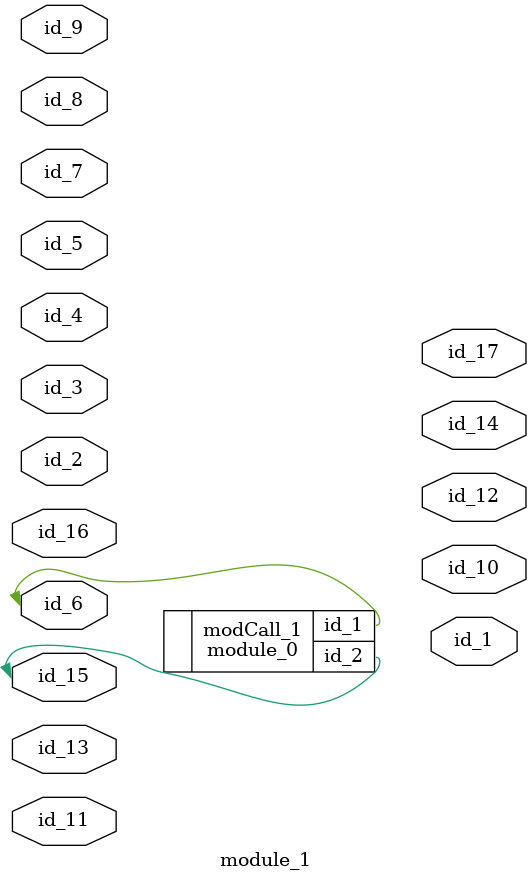
<source format=v>
module module_0 (
    id_1,
    id_2
);
  inout wire id_2;
  inout wire id_1;
  wire id_3 = id_1;
endmodule
module module_1 (
    id_1,
    id_2,
    id_3,
    id_4,
    id_5,
    id_6,
    id_7,
    id_8,
    id_9,
    id_10,
    id_11,
    id_12,
    id_13,
    id_14,
    id_15,
    id_16,
    id_17
);
  output wire id_17;
  inout wire id_16;
  inout wire id_15;
  output wire id_14;
  inout wire id_13;
  output wire id_12;
  input wire id_11;
  output wire id_10;
  inout wire id_9;
  input wire id_8;
  inout wire id_7;
  inout wire id_6;
  input wire id_5;
  inout wire id_4;
  inout wire id_3;
  inout wire id_2;
  output wire id_1;
  module_0 modCall_1 (
      id_6,
      id_15
  );
endmodule

</source>
